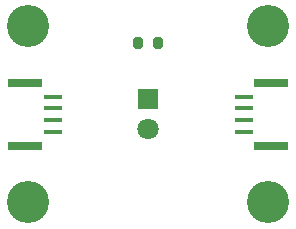
<source format=gbr>
%TF.GenerationSoftware,KiCad,Pcbnew,7.0.2-6a45011f42~172~ubuntu22.04.1*%
%TF.CreationDate,2023-09-06T17:39:41-07:00*%
%TF.ProjectId,basic_led,62617369-635f-46c6-9564-2e6b69636164,rev?*%
%TF.SameCoordinates,Original*%
%TF.FileFunction,Soldermask,Top*%
%TF.FilePolarity,Negative*%
%FSLAX46Y46*%
G04 Gerber Fmt 4.6, Leading zero omitted, Abs format (unit mm)*
G04 Created by KiCad (PCBNEW 7.0.2-6a45011f42~172~ubuntu22.04.1) date 2023-09-06 17:39:41*
%MOMM*%
%LPD*%
G01*
G04 APERTURE LIST*
G04 Aperture macros list*
%AMRoundRect*
0 Rectangle with rounded corners*
0 $1 Rounding radius*
0 $2 $3 $4 $5 $6 $7 $8 $9 X,Y pos of 4 corners*
0 Add a 4 corners polygon primitive as box body*
4,1,4,$2,$3,$4,$5,$6,$7,$8,$9,$2,$3,0*
0 Add four circle primitives for the rounded corners*
1,1,$1+$1,$2,$3*
1,1,$1+$1,$4,$5*
1,1,$1+$1,$6,$7*
1,1,$1+$1,$8,$9*
0 Add four rect primitives between the rounded corners*
20,1,$1+$1,$2,$3,$4,$5,0*
20,1,$1+$1,$4,$5,$6,$7,0*
20,1,$1+$1,$6,$7,$8,$9,0*
20,1,$1+$1,$8,$9,$2,$3,0*%
G04 Aperture macros list end*
%ADD10C,3.570000*%
%ADD11R,1.800000X1.800000*%
%ADD12C,1.800000*%
%ADD13R,3.000000X0.800000*%
%ADD14R,1.600000X0.400000*%
%ADD15RoundRect,0.200000X0.200000X0.275000X-0.200000X0.275000X-0.200000X-0.275000X0.200000X-0.275000X0*%
G04 APERTURE END LIST*
D10*
%TO.C,M1*%
X52540000Y-52540000D03*
%TD*%
%TO.C,M2*%
X72860000Y-52540000D03*
%TD*%
%TO.C,M3*%
X72860000Y-67460000D03*
%TD*%
%TO.C,M4*%
X52540000Y-67460000D03*
%TD*%
D11*
%TO.C,D1*%
X62700000Y-58730000D03*
D12*
X62700000Y-61270000D03*
%TD*%
D13*
%TO.C,J1*%
X52300000Y-62650000D03*
X52300000Y-57350000D03*
D14*
X54625000Y-58500000D03*
X54625000Y-59500000D03*
X54625000Y-60500000D03*
X54625000Y-61500000D03*
%TD*%
D13*
%TO.C,J2*%
X73100000Y-57350000D03*
X73100000Y-62650000D03*
D14*
X70775000Y-61500000D03*
X70775000Y-60500000D03*
X70775000Y-59500000D03*
X70775000Y-58500000D03*
%TD*%
D15*
%TO.C,R1*%
X63525000Y-54000000D03*
X61875000Y-54000000D03*
%TD*%
M02*

</source>
